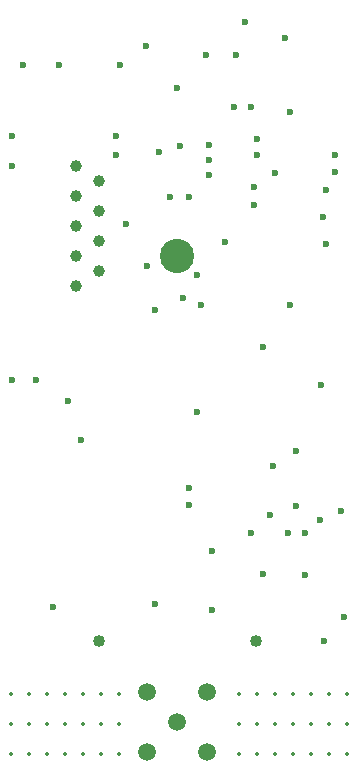
<source format=gbr>
G04 Generated by Ultiboard 14.0 *
%FSLAX24Y24*%
%MOIN*%

%ADD11C,0.0595*%
%ADD12C,0.0140*%
%ADD13C,0.0236*%
%ADD14C,0.0400*%
%ADD15C,0.1142*%
%ADD16C,0.0394*%


G04 ColorRGB 000000 for the following layer *
%LNDrill-Copper Top-Copper Bottom*%
%LPD*%
G54D11*
X-22044Y8450D03*
X-21044Y9450D03*
X-23044Y9450D03*
X-21044Y7450D03*
X-23044Y7450D03*
G54D12*
X-18200Y7400D03*
X-18200Y8400D03*
X-20000Y9400D03*
X-19400Y9400D03*
X-18800Y9400D03*
X-18200Y9400D03*
X-17600Y9400D03*
X-17000Y9400D03*
X-16400Y9400D03*
X-20000Y8400D03*
X-19400Y8400D03*
X-18800Y8400D03*
X-17000Y8400D03*
X-17600Y8400D03*
X-16400Y8400D03*
X-20000Y7400D03*
X-19400Y7400D03*
X-18800Y7400D03*
X-16400Y7400D03*
X-17000Y7400D03*
X-17600Y7400D03*
X-24000Y7400D03*
X-24600Y7400D03*
X-25200Y7400D03*
X-25800Y7400D03*
X-26400Y7400D03*
X-27000Y7400D03*
X-27600Y7400D03*
X-24000Y8400D03*
X-24600Y8400D03*
X-24000Y9400D03*
X-24600Y9400D03*
X-25200Y9400D03*
X-27600Y9400D03*
X-27600Y8400D03*
X-25200Y8400D03*
X-25800Y8400D03*
X-26400Y8400D03*
X-27000Y8400D03*
X-27000Y9400D03*
X-26400Y9400D03*
X-25800Y9400D03*
G54D13*
X-25250Y17850D03*
X-25700Y19150D03*
X-21000Y27200D03*
X-21000Y27700D03*
X-24100Y27350D03*
X-19600Y14750D03*
X-22800Y22200D03*
X-18100Y17500D03*
X-21100Y30700D03*
X-20100Y30700D03*
X-17300Y15200D03*
X-17250Y19700D03*
X-26000Y30350D03*
X-27200Y30350D03*
X-27550Y28000D03*
X-27550Y27000D03*
X-22050Y29600D03*
X-23100Y31000D03*
X-24100Y28000D03*
X-17800Y14750D03*
X-18350Y14750D03*
X-21950Y27650D03*
X-22300Y25950D03*
X-21650Y25950D03*
X-17100Y24400D03*
X-18300Y22350D03*
X-18950Y15350D03*
X-16600Y15500D03*
X-23050Y23650D03*
X-27550Y19850D03*
X-20900Y12200D03*
X-21250Y22350D03*
X-19600Y28950D03*
X-23950Y30350D03*
X-23750Y25050D03*
X-18800Y26750D03*
X-19800Y31800D03*
X-18450Y31250D03*
X-26200Y12300D03*
X-22800Y12400D03*
X-16500Y11950D03*
X-17800Y13350D03*
X-21650Y16250D03*
X-19200Y13400D03*
X-17150Y11150D03*
X-21400Y23350D03*
X-20900Y14150D03*
X-19500Y25700D03*
X-18100Y15650D03*
X-20450Y24450D03*
X-19400Y27350D03*
X-16800Y27350D03*
X-19400Y27900D03*
X-18300Y28800D03*
X-21000Y26700D03*
X-20150Y28950D03*
X-17200Y25300D03*
X-18850Y17000D03*
X-19500Y26300D03*
X-22650Y27450D03*
X-26750Y19850D03*
X-21850Y22600D03*
X-19200Y20950D03*
X-16800Y26800D03*
X-21400Y18800D03*
X-21650Y15700D03*
X-17100Y26200D03*
G54D14*
X-24668Y11150D03*
X-19418Y11150D03*
G54D15*
X-22043Y24000D03*
G54D16*
X-25437Y27000D03*
X-25437Y26000D03*
X-25437Y25000D03*
X-25437Y24000D03*
X-25437Y23000D03*
X-24650Y26500D03*
X-24650Y25500D03*
X-24650Y24500D03*
X-24650Y23500D03*

M02*

</source>
